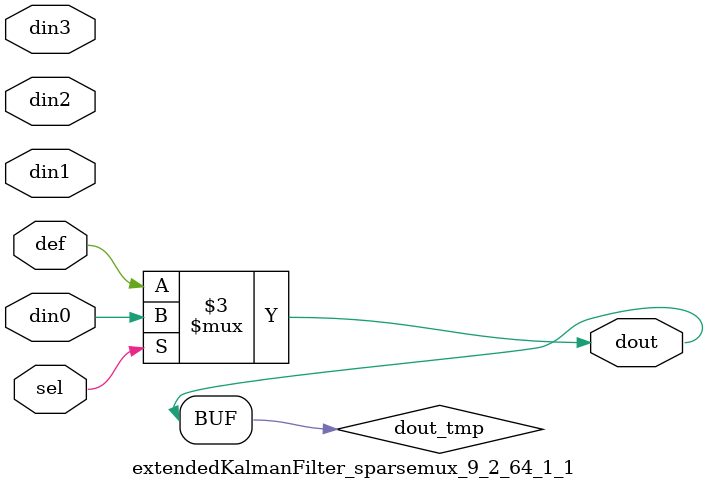
<source format=v>
`timescale 1ns / 1ps

module extendedKalmanFilter_sparsemux_9_2_64_1_1 (din0,din1,din2,din3,def,sel,dout);

parameter din0_WIDTH = 1;

parameter din1_WIDTH = 1;

parameter din2_WIDTH = 1;

parameter din3_WIDTH = 1;

parameter def_WIDTH = 1;
parameter sel_WIDTH = 1;
parameter dout_WIDTH = 1;

parameter [sel_WIDTH-1:0] CASE0 = 1;

parameter [sel_WIDTH-1:0] CASE1 = 1;

parameter [sel_WIDTH-1:0] CASE2 = 1;

parameter [sel_WIDTH-1:0] CASE3 = 1;

parameter ID = 1;
parameter NUM_STAGE = 1;



input [din0_WIDTH-1:0] din0;

input [din1_WIDTH-1:0] din1;

input [din2_WIDTH-1:0] din2;

input [din3_WIDTH-1:0] din3;

input [def_WIDTH-1:0] def;
input [sel_WIDTH-1:0] sel;

output [dout_WIDTH-1:0] dout;



reg [dout_WIDTH-1:0] dout_tmp;

always @ (*) begin
case (sel)
    
    CASE0 : dout_tmp = din0;
    
    CASE1 : dout_tmp = din1;
    
    CASE2 : dout_tmp = din2;
    
    CASE3 : dout_tmp = din3;
    
    default : dout_tmp = def;
endcase
end


assign dout = dout_tmp;



endmodule

</source>
